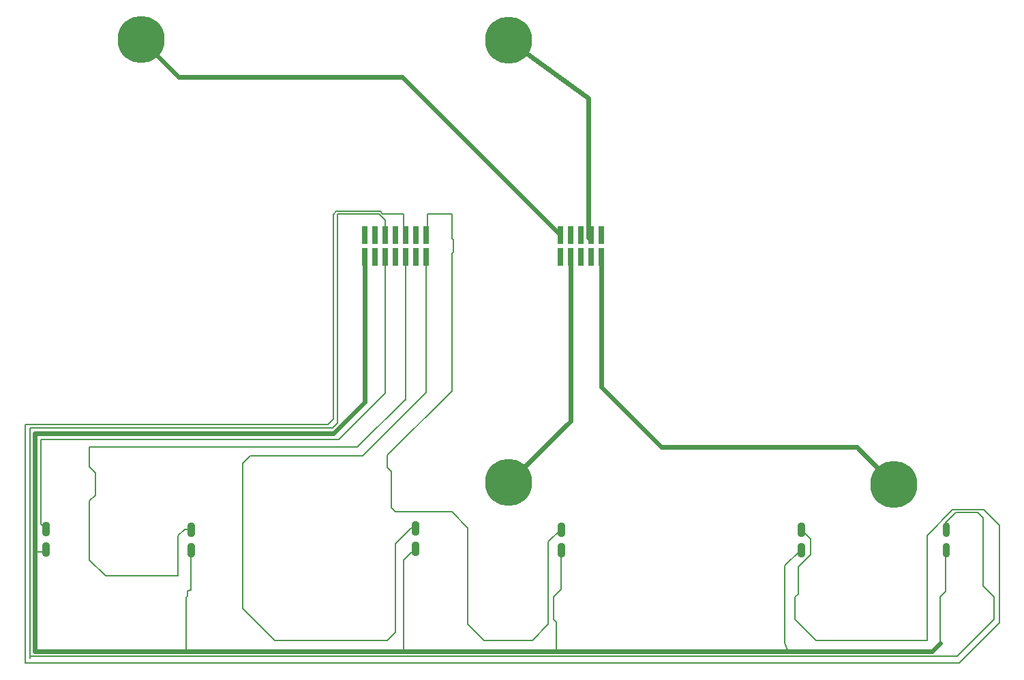
<source format=gbr>
G04 EAGLE Gerber RS-274X export*
G75*
%MOMM*%
%FSLAX34Y34*%
%LPD*%
%INTop Copper*%
%IPPOS*%
%AMOC8*
5,1,8,0,0,1.08239X$1,22.5*%
G01*
%ADD10C,0.758950*%
%ADD11C,5.842000*%
%ADD12R,0.740000X2.220000*%
%ADD13C,0.609600*%
%ADD14C,0.152400*%


D10*
X1214408Y157945D02*
X1214408Y147755D01*
X1212854Y147755D01*
X1212854Y157945D01*
X1214408Y157945D01*
X1214408Y154965D02*
X1212854Y154965D01*
X1212854Y173155D02*
X1212854Y183345D01*
X1214408Y183345D01*
X1214408Y173155D01*
X1212854Y173155D01*
X1212854Y180365D02*
X1214408Y180365D01*
X1034408Y157945D02*
X1034408Y147755D01*
X1032854Y147755D01*
X1032854Y157945D01*
X1034408Y157945D01*
X1034408Y154965D02*
X1032854Y154965D01*
X1032854Y173155D02*
X1032854Y183345D01*
X1034408Y183345D01*
X1034408Y173155D01*
X1032854Y173155D01*
X1032854Y180365D02*
X1034408Y180365D01*
X736666Y157945D02*
X736666Y147755D01*
X735112Y147755D01*
X735112Y157945D01*
X736666Y157945D01*
X736666Y154965D02*
X735112Y154965D01*
X735112Y173155D02*
X735112Y183345D01*
X736666Y183345D01*
X736666Y173155D01*
X735112Y173155D01*
X735112Y180365D02*
X736666Y180365D01*
X555666Y158945D02*
X555666Y148755D01*
X554112Y148755D01*
X554112Y158945D01*
X555666Y158945D01*
X555666Y155965D02*
X554112Y155965D01*
X554112Y174155D02*
X554112Y184345D01*
X555666Y184345D01*
X555666Y174155D01*
X554112Y174155D01*
X554112Y181365D02*
X555666Y181365D01*
X276666Y157945D02*
X276666Y147755D01*
X275112Y147755D01*
X275112Y157945D01*
X276666Y157945D01*
X276666Y154965D02*
X275112Y154965D01*
X275112Y173155D02*
X275112Y183345D01*
X276666Y183345D01*
X276666Y173155D01*
X275112Y173155D01*
X275112Y180365D02*
X276666Y180365D01*
X96666Y158445D02*
X96666Y148255D01*
X95112Y148255D01*
X95112Y158445D01*
X96666Y158445D01*
X96666Y155465D02*
X95112Y155465D01*
X95112Y173655D02*
X95112Y183845D01*
X96666Y183845D01*
X96666Y173655D01*
X95112Y173655D01*
X95112Y180865D02*
X96666Y180865D01*
D11*
X670600Y786000D03*
X214000Y786700D03*
X1149300Y234000D03*
X670600Y236000D03*
D12*
X568100Y516350D03*
X555400Y516350D03*
X542700Y516350D03*
X530000Y516350D03*
X517300Y516350D03*
X504600Y516350D03*
X491900Y516350D03*
X568100Y543650D03*
X555400Y543650D03*
X542700Y543650D03*
X530000Y543650D03*
X517300Y543650D03*
X504600Y543650D03*
X491900Y543650D03*
X734600Y543650D03*
X747300Y543650D03*
X760000Y543650D03*
X772700Y543650D03*
X785400Y543650D03*
X734600Y516350D03*
X747300Y516350D03*
X760000Y516350D03*
X772700Y516350D03*
X785400Y516350D03*
D13*
X491900Y516350D02*
X491900Y335900D01*
X453000Y297000D01*
X82000Y297000D01*
X82000Y150000D01*
X82000Y25970D01*
X268429Y25970D01*
X540000Y25970D01*
X730000Y25970D01*
X1017551Y25970D01*
D14*
X1013631Y36355D01*
X1013631Y132850D01*
X1033631Y152850D01*
X275889Y102850D02*
X271520Y101520D01*
X275889Y102850D02*
X275889Y152850D01*
X95889Y153350D02*
X92539Y150000D01*
X82000Y150000D01*
X271520Y101520D02*
X271520Y95245D01*
X270118Y93844D01*
X270118Y27659D02*
X268429Y25970D01*
X270118Y27659D02*
X270118Y93844D01*
X540000Y140000D02*
X550000Y150000D01*
X540000Y140000D02*
X540000Y25970D01*
X551039Y150000D02*
X554889Y153850D01*
X551039Y150000D02*
X550000Y150000D01*
X735889Y152850D02*
X735889Y103155D01*
X726578Y93844D01*
X726578Y66156D01*
X730000Y62734D01*
X730000Y25970D01*
D13*
X1017551Y25970D02*
X1195970Y25970D01*
D14*
X1206578Y93844D02*
X1213631Y100897D01*
X1213631Y152850D01*
X1206578Y93844D02*
X1206578Y36578D01*
D13*
X1195970Y25970D01*
X747300Y312700D02*
X670600Y236000D01*
X747300Y312700D02*
X747300Y516350D01*
X1103300Y280000D02*
X1149300Y234000D01*
X785400Y354600D02*
X785400Y516350D01*
X860000Y280000D02*
X1103300Y280000D01*
X860000Y280000D02*
X785400Y354600D01*
X770000Y713600D02*
X670600Y786000D01*
X770000Y713600D02*
X770000Y540000D01*
X734600Y543650D02*
X538250Y740000D01*
X260700Y740000D02*
X214000Y786700D01*
X260700Y740000D02*
X538250Y740000D01*
D14*
X517300Y516350D02*
X517300Y347300D01*
X460000Y290000D01*
X90000Y290000D01*
X90000Y184639D02*
X95889Y178750D01*
X90000Y184639D02*
X90000Y290000D01*
X542700Y340000D02*
X542700Y516350D01*
X542700Y340000D02*
X542700Y338434D01*
X542700Y340000D02*
X482700Y280000D01*
X150000Y280000D01*
X150000Y255766D01*
X157422Y248344D01*
X157422Y220656D01*
X150000Y213234D01*
X150000Y140000D01*
X170000Y120000D01*
X260000Y120000D01*
X260000Y170000D01*
X268250Y178250D01*
X275889Y178250D01*
X568100Y348100D02*
X568100Y516350D01*
X568100Y348100D02*
X489422Y269422D01*
X349422Y269422D01*
X340000Y260000D01*
X340000Y80000D02*
X380000Y40000D01*
X520000Y40000D01*
X530000Y50000D01*
X530000Y160000D01*
X549250Y179250D01*
X554889Y179250D01*
X340000Y260000D02*
X340000Y80000D01*
X568100Y543650D02*
X570000Y545550D01*
X570000Y570000D01*
X600000Y200000D02*
X620000Y180000D01*
X600000Y570000D02*
X570000Y570000D01*
X600000Y570000D02*
X600000Y539346D01*
X601922Y537424D01*
X601922Y522576D01*
X600000Y520654D01*
X600000Y350000D02*
X520000Y270000D01*
X520000Y254766D01*
X524922Y249844D01*
X524922Y205078D02*
X530000Y200000D01*
X524922Y205078D02*
X524922Y249844D01*
X600000Y350000D02*
X600000Y520654D01*
X600000Y200000D02*
X530000Y200000D01*
X620000Y60000D02*
X640000Y40000D01*
X700000Y40000D01*
X720000Y60000D01*
X720000Y162361D02*
X735889Y178250D01*
X620000Y180000D02*
X620000Y60000D01*
X720000Y60000D02*
X720000Y162361D01*
X542700Y543650D02*
X540000Y546350D01*
X540000Y570000D01*
X514311Y570000D01*
X511263Y573048D01*
X456421Y573048D01*
X452684Y569311D01*
X452684Y315160D02*
X445840Y308316D01*
X70000Y308316D02*
X70000Y11684D01*
X452684Y315160D02*
X452684Y569311D01*
X445840Y308316D02*
X70000Y308316D01*
X70000Y11684D02*
X1230000Y11684D01*
X1280000Y61684D01*
X1280000Y183000D02*
X1261500Y201500D01*
X1280000Y183000D02*
X1280000Y61684D01*
X1190000Y40000D02*
X1190000Y170000D01*
X1026578Y93844D02*
X1026578Y66156D01*
X1026578Y93844D02*
X1030000Y97266D01*
X1026578Y66156D02*
X1052734Y40000D01*
X1030000Y131000D02*
X1046000Y147000D01*
X1046000Y165881D01*
X1033631Y178250D01*
X1190000Y170000D02*
X1222048Y202048D01*
X1190000Y40000D02*
X1052734Y40000D01*
X1030000Y97266D02*
X1030000Y131000D01*
X1260952Y202048D02*
X1261500Y201500D01*
X1260952Y202048D02*
X1222048Y202048D01*
X517300Y543650D02*
X517300Y562700D01*
X510000Y570000D01*
X457684Y570000D01*
X451982Y304316D02*
X76000Y304316D01*
X76000Y20000D01*
X76000Y17684D01*
X457684Y310018D02*
X457684Y570000D01*
X457684Y310018D02*
X451982Y304316D01*
X1273422Y93844D02*
X1273422Y66156D01*
X76636Y20636D02*
X76000Y20000D01*
X76636Y20636D02*
X1227902Y20636D01*
X1273422Y66156D01*
X1273422Y93844D02*
X1260000Y107266D01*
X1253000Y199000D02*
X1226000Y199000D01*
X1213631Y186631D01*
X1213631Y178250D01*
X1260000Y192000D02*
X1260000Y107266D01*
X1260000Y192000D02*
X1253000Y199000D01*
M02*

</source>
